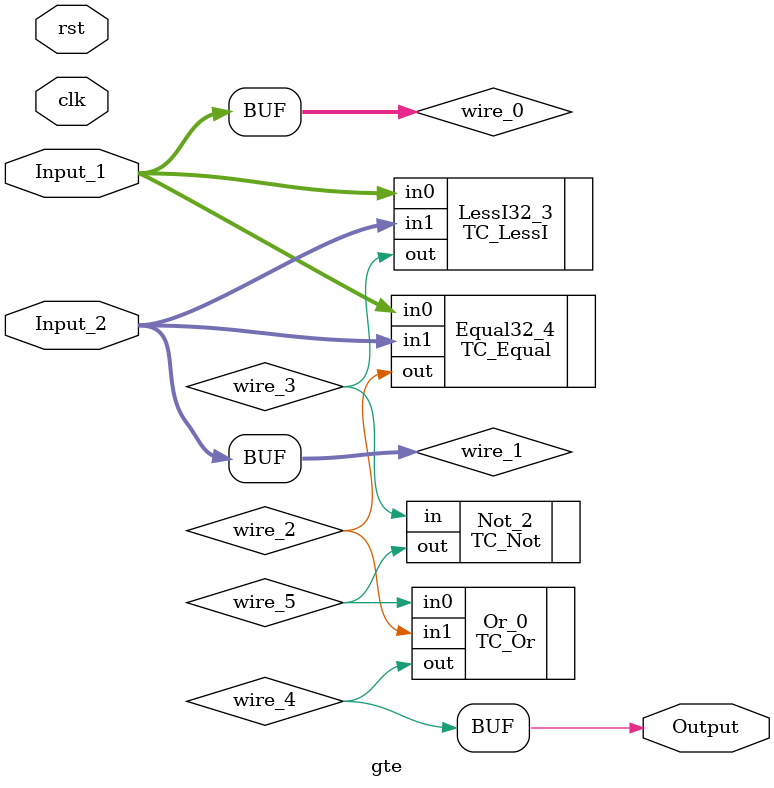
<source format=v>
module gte (clk, rst, Input_1, Input_2, Output);
  parameter UUID = 0;
  parameter NAME = "";
  input wire clk;
  input wire rst;

  input  wire [31:0] Input_1;
  input  wire [31:0] Input_2;
  output  wire [0:0] Output;

  TC_Or # (.UUID(64'd4114019101269620761 ^ UUID), .BIT_WIDTH(64'd1)) Or_0 (.in0(wire_5), .in1(wire_2), .out(wire_4));
  TC_Constant # (.UUID(64'd3233625287895366684 ^ UUID), .BIT_WIDTH(64'd1), .value(1'd0)) Off_1 (.out());
  TC_Not # (.UUID(64'd4487513249047435982 ^ UUID), .BIT_WIDTH(64'd1)) Not_2 (.in(wire_3), .out(wire_5));
  TC_LessI # (.UUID(64'd2197566133528703478 ^ UUID), .BIT_WIDTH(64'd32)) LessI32_3 (.in0(wire_0), .in1(wire_1), .out(wire_3));
  TC_Equal # (.UUID(64'd3996580428223945404 ^ UUID), .BIT_WIDTH(64'd32)) Equal32_4 (.in0(wire_0), .in1(wire_1), .out(wire_2));

  wire [31:0] wire_0;
  assign wire_0 = Input_1;
  wire [31:0] wire_1;
  assign wire_1 = Input_2;
  wire [0:0] wire_2;
  wire [0:0] wire_3;
  wire [0:0] wire_4;
  assign Output = wire_4;
  wire [0:0] wire_5;

endmodule

</source>
